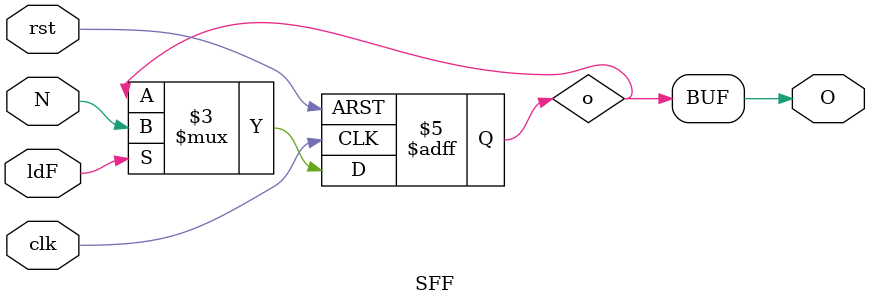
<source format=v>
module SFF(input clk, rst, ldF, input N, output O);
	reg o ;
	always@(posedge clk, posedge rst) begin
		if(rst) o <= 1'd0;
		else
			if(ldF) o <= N;
			else o <= o;
	end
	assign O = o;

endmodule

</source>
